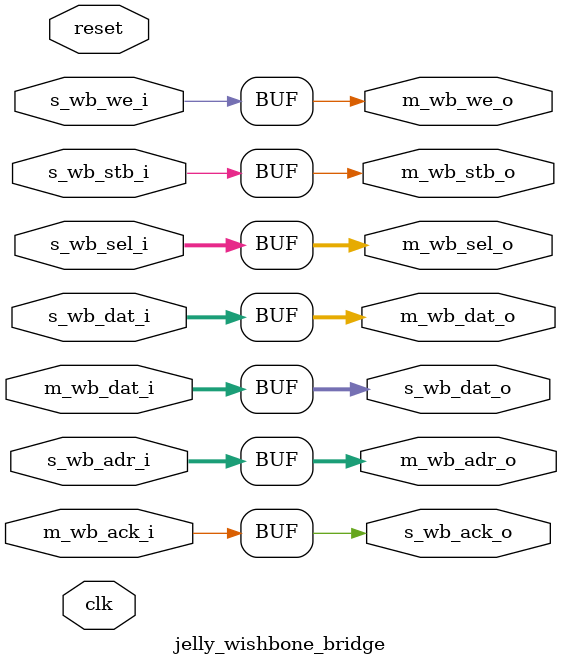
<source format=v>
module jelly_wishbone_bridge(	// file.cleaned.mlir:2:3
  input         reset,	// file.cleaned.mlir:2:39
                clk,	// file.cleaned.mlir:2:55
  input  [29:0] s_wb_adr_i,	// file.cleaned.mlir:2:69
  input  [31:0] s_wb_dat_i,	// file.cleaned.mlir:2:91
  input         s_wb_we_i,	// file.cleaned.mlir:2:113
  input  [3:0]  s_wb_sel_i,	// file.cleaned.mlir:2:133
  input         s_wb_stb_i,	// file.cleaned.mlir:2:154
  input  [31:0] m_wb_dat_i,	// file.cleaned.mlir:2:175
  input         m_wb_ack_i,	// file.cleaned.mlir:2:197
  output [31:0] s_wb_dat_o,	// file.cleaned.mlir:2:219
  output        s_wb_ack_o,	// file.cleaned.mlir:2:241
  output [29:0] m_wb_adr_o,	// file.cleaned.mlir:2:262
  output [31:0] m_wb_dat_o,	// file.cleaned.mlir:2:284
  output        m_wb_we_o,	// file.cleaned.mlir:2:306
  output [3:0]  m_wb_sel_o,	// file.cleaned.mlir:2:326
  output        m_wb_stb_o	// file.cleaned.mlir:2:347
);

  assign s_wb_dat_o = m_wb_dat_i;	// file.cleaned.mlir:3:5
  assign s_wb_ack_o = m_wb_ack_i;	// file.cleaned.mlir:3:5
  assign m_wb_adr_o = s_wb_adr_i;	// file.cleaned.mlir:3:5
  assign m_wb_dat_o = s_wb_dat_i;	// file.cleaned.mlir:3:5
  assign m_wb_we_o = s_wb_we_i;	// file.cleaned.mlir:3:5
  assign m_wb_sel_o = s_wb_sel_i;	// file.cleaned.mlir:3:5
  assign m_wb_stb_o = s_wb_stb_i;	// file.cleaned.mlir:3:5
endmodule


</source>
